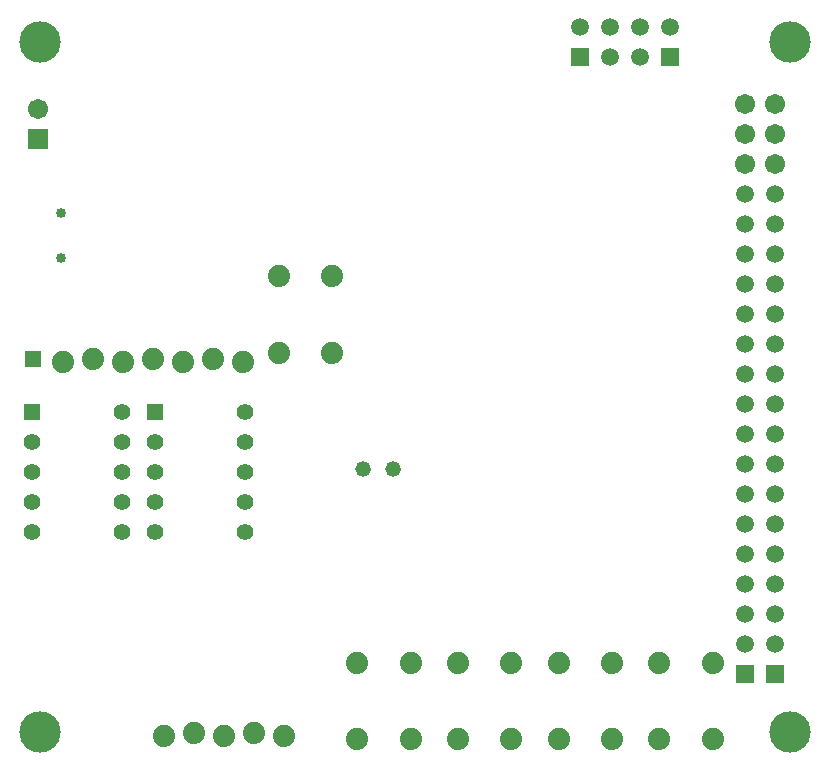
<source format=gbr>
%TF.GenerationSoftware,Novarm,DipTrace,3.2.0.1*%
%TF.CreationDate,2017-11-24T17:42:07-08:00*%
%FSLAX26Y26*%
%MOIN*%
%TF.FileFunction,Soldermask,Bot*%
%TF.Part,Single*%
%AMOUTLINE6*
4,1,4,
0.026163,0.026163,
0.026205,-0.026121,
-0.026121,-0.026205,
-0.026163,0.026163,
0.026163,0.026163,
0*%
%ADD39R,0.059055X0.059055*%
%ADD40C,0.059055*%
%ADD41C,0.074*%
%ADD44C,0.052*%
%ADD52R,0.05937X0.05937*%
%ADD53C,0.05937*%
%ADD59C,0.137795*%
%ADD60C,0.033465*%
%ADD92C,0.067055*%
%ADD94R,0.067055X0.067055*%
%ADD108C,0.056*%
%ADD110R,0.055992X0.055992*%
%ADD127OUTLINE6*%
G75*
G01*
%LPD*%
D110*
X875251Y1559625D3*
D108*
Y1459625D3*
Y1359625D3*
Y1259625D3*
Y1159625D3*
X1175251D3*
Y1259625D3*
Y1359625D3*
Y1459625D3*
Y1559625D3*
D110*
X465875D3*
D108*
Y1459625D3*
Y1359625D3*
Y1259625D3*
Y1159625D3*
X765875D3*
Y1259625D3*
Y1359625D3*
Y1459625D3*
Y1559625D3*
D59*
X494000Y494000D3*
X2994000D3*
Y2794000D3*
X494000D3*
D60*
X560831Y2225054D3*
Y2075446D3*
D94*
X484615Y2472169D3*
D92*
Y2572169D3*
D127*
X469000Y1737749D3*
D41*
X569000Y1727749D3*
X669000Y1737749D3*
X769000Y1727749D3*
X869000Y1737749D3*
X969000Y1727749D3*
X1069000Y1737749D3*
X1169000Y1727749D3*
D44*
X1569000Y1369000D3*
X1669000D3*
D41*
X1287749Y1756500D3*
Y2012500D3*
X1465749Y1756500D3*
Y2012500D3*
X1550249Y469000D3*
Y725000D3*
X1728249Y469000D3*
Y725000D3*
X1885667Y469000D3*
Y725000D3*
X2063667Y469000D3*
Y725000D3*
X2221083Y469000D3*
Y725000D3*
X2399083Y469000D3*
Y725000D3*
X2556500Y469000D3*
Y725000D3*
X2734500Y469000D3*
Y725000D3*
D52*
X2590875Y2743993D3*
D53*
Y2843993D3*
X2490875Y2743993D3*
Y2843993D3*
X2390875Y2743993D3*
Y2843993D3*
D52*
X2290875Y2743993D3*
D53*
Y2843993D3*
D39*
X2844000Y687749D3*
D40*
Y787749D3*
Y887749D3*
Y987749D3*
Y1087749D3*
Y1187749D3*
Y1287749D3*
Y1387749D3*
Y1487749D3*
Y1587749D3*
Y1687749D3*
Y1787749D3*
Y1887749D3*
Y1987749D3*
Y2087749D3*
Y2187749D3*
Y2287749D3*
D92*
Y2387749D3*
Y2487749D3*
Y2587749D3*
D39*
X2944000Y687749D3*
D40*
Y787749D3*
Y887749D3*
Y987749D3*
Y1087749D3*
Y1187749D3*
Y1287749D3*
Y1387749D3*
Y1487749D3*
Y1587749D3*
Y1687749D3*
Y1787749D3*
Y1887749D3*
Y1987749D3*
Y2087749D3*
Y2187749D3*
Y2287749D3*
D92*
Y2387749D3*
Y2487749D3*
Y2587749D3*
D41*
X1306596Y481247D3*
X1206596Y491247D3*
X1106596Y481247D3*
X1006596Y491247D3*
X906596Y481247D3*
M02*

</source>
